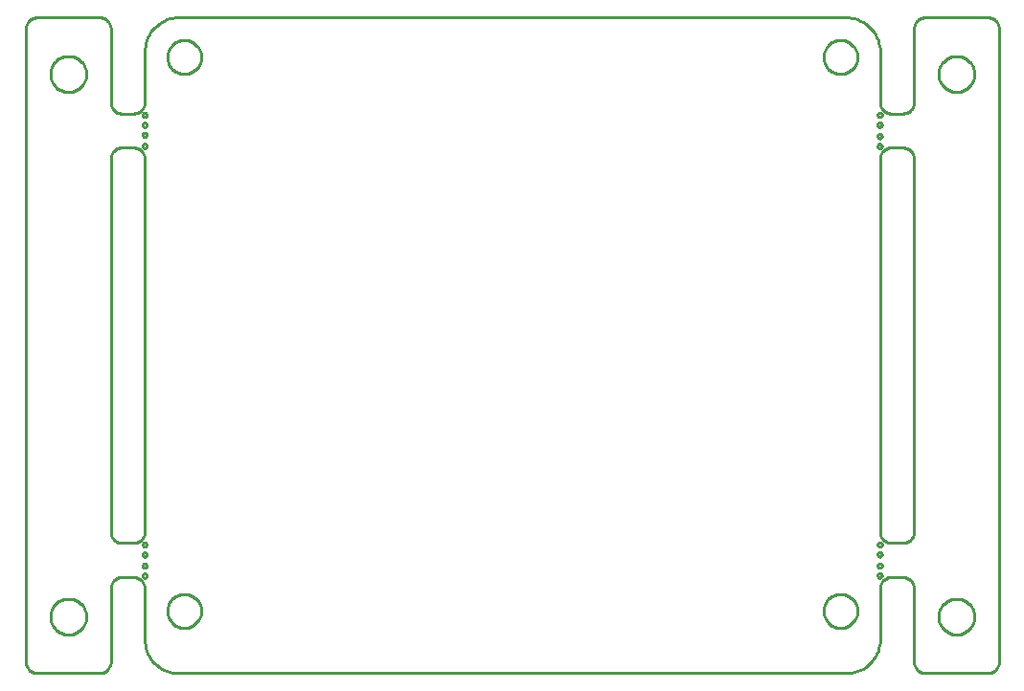
<source format=gbr>
G04 EAGLE Gerber RS-274X export*
G75*
%MOIN*%
%FSLAX34Y34*%
%LPD*%
%IN*%
%IPPOS*%
%AMOC8*
5,1,8,0,0,1.08239X$1,22.5*%
G01*
%ADD10C,0.010000*%


D10*
X-4134Y-394D02*
X-4132Y-428D01*
X-4128Y-462D01*
X-4120Y-496D01*
X-4110Y-528D01*
X-4097Y-560D01*
X-4081Y-591D01*
X-4063Y-620D01*
X-4042Y-647D01*
X-4019Y-672D01*
X-3993Y-695D01*
X-3966Y-716D01*
X-3937Y-735D01*
X-3907Y-751D01*
X-3875Y-764D01*
X-3842Y-774D01*
X-3809Y-781D01*
X-3774Y-786D01*
X-3740Y-787D01*
X-1575Y-787D01*
X-1540Y-786D01*
X-1506Y-781D01*
X-1473Y-774D01*
X-1440Y-764D01*
X-1408Y-751D01*
X-1378Y-735D01*
X-1349Y-716D01*
X-1322Y-695D01*
X-1296Y-672D01*
X-1273Y-647D01*
X-1252Y-620D01*
X-1234Y-591D01*
X-1218Y-560D01*
X-1205Y-528D01*
X-1195Y-496D01*
X-1187Y-462D01*
X-1183Y-428D01*
X-1181Y-394D01*
X-1181Y2165D01*
X-1180Y2200D01*
X-1175Y2234D01*
X-1168Y2267D01*
X-1157Y2300D01*
X-1144Y2332D01*
X-1128Y2362D01*
X-1110Y2391D01*
X-1089Y2418D01*
X-1066Y2444D01*
X-1040Y2467D01*
X-1013Y2488D01*
X-984Y2506D01*
X-954Y2522D01*
X-922Y2535D01*
X-889Y2546D01*
X-856Y2553D01*
X-822Y2558D01*
X-787Y2559D01*
X-394Y2559D01*
X-359Y2558D01*
X-325Y2553D01*
X-292Y2546D01*
X-259Y2535D01*
X-227Y2522D01*
X-197Y2506D01*
X-168Y2488D01*
X-141Y2467D01*
X-115Y2444D01*
X-92Y2418D01*
X-71Y2391D01*
X-53Y2362D01*
X-37Y2332D01*
X-24Y2300D01*
X-13Y2267D01*
X-6Y2234D01*
X-1Y2200D01*
X0Y2165D01*
X0Y394D01*
X4Y291D01*
X18Y189D01*
X40Y88D01*
X71Y-10D01*
X111Y-105D01*
X158Y-197D01*
X214Y-284D01*
X276Y-365D01*
X346Y-441D01*
X422Y-511D01*
X504Y-574D01*
X591Y-629D01*
X682Y-677D01*
X777Y-716D01*
X875Y-747D01*
X976Y-769D01*
X1078Y-783D01*
X1181Y-787D01*
X24409Y-787D01*
X24512Y-783D01*
X24615Y-769D01*
X24715Y-747D01*
X24813Y-716D01*
X24909Y-677D01*
X25000Y-629D01*
X25087Y-574D01*
X25169Y-511D01*
X25245Y-441D01*
X25314Y-365D01*
X25377Y-284D01*
X25432Y-197D01*
X25480Y-105D01*
X25519Y-10D01*
X25550Y88D01*
X25573Y189D01*
X25586Y291D01*
X25591Y394D01*
X25591Y2165D01*
X25592Y2200D01*
X25597Y2234D01*
X25604Y2267D01*
X25614Y2300D01*
X25627Y2332D01*
X25643Y2362D01*
X25662Y2391D01*
X25683Y2418D01*
X25706Y2444D01*
X25731Y2467D01*
X25758Y2488D01*
X25787Y2506D01*
X25818Y2522D01*
X25850Y2535D01*
X25882Y2546D01*
X25916Y2553D01*
X25950Y2558D01*
X25984Y2559D01*
X26378Y2559D01*
X26412Y2558D01*
X26446Y2553D01*
X26480Y2546D01*
X26513Y2535D01*
X26544Y2522D01*
X26575Y2506D01*
X26604Y2488D01*
X26631Y2467D01*
X26656Y2444D01*
X26680Y2418D01*
X26700Y2391D01*
X26719Y2362D01*
X26735Y2332D01*
X26748Y2300D01*
X26758Y2267D01*
X26766Y2234D01*
X26770Y2200D01*
X26772Y2165D01*
X26772Y-394D01*
X26773Y-428D01*
X26778Y-462D01*
X26785Y-496D01*
X26795Y-528D01*
X26809Y-560D01*
X26824Y-591D01*
X26843Y-620D01*
X26864Y-647D01*
X26887Y-672D01*
X26912Y-695D01*
X26940Y-716D01*
X26969Y-735D01*
X26999Y-751D01*
X27031Y-764D01*
X27063Y-774D01*
X27097Y-781D01*
X27131Y-786D01*
X27165Y-787D01*
X29331Y-787D01*
X29365Y-786D01*
X29399Y-781D01*
X29433Y-774D01*
X29465Y-764D01*
X29497Y-751D01*
X29528Y-735D01*
X29557Y-716D01*
X29584Y-695D01*
X29609Y-672D01*
X29632Y-647D01*
X29653Y-620D01*
X29672Y-591D01*
X29688Y-560D01*
X29701Y-528D01*
X29711Y-496D01*
X29718Y-462D01*
X29723Y-428D01*
X29724Y-394D01*
X29724Y21654D01*
X29723Y21688D01*
X29718Y21722D01*
X29711Y21755D01*
X29701Y21788D01*
X29688Y21820D01*
X29672Y21850D01*
X29653Y21879D01*
X29632Y21907D01*
X29609Y21932D01*
X29584Y21955D01*
X29557Y21976D01*
X29528Y21994D01*
X29497Y22010D01*
X29465Y22024D01*
X29433Y22034D01*
X29399Y22041D01*
X29365Y22046D01*
X29331Y22047D01*
X27165Y22047D01*
X27131Y22046D01*
X27097Y22041D01*
X27063Y22034D01*
X27031Y22024D01*
X26999Y22010D01*
X26969Y21994D01*
X26940Y21976D01*
X26912Y21955D01*
X26887Y21932D01*
X26864Y21907D01*
X26843Y21879D01*
X26824Y21850D01*
X26809Y21820D01*
X26795Y21788D01*
X26785Y21755D01*
X26778Y21722D01*
X26773Y21688D01*
X26772Y21654D01*
X26772Y19094D01*
X26770Y19060D01*
X26766Y19026D01*
X26758Y18993D01*
X26748Y18960D01*
X26735Y18928D01*
X26719Y18898D01*
X26700Y18869D01*
X26680Y18841D01*
X26656Y18816D01*
X26631Y18793D01*
X26604Y18772D01*
X26575Y18754D01*
X26544Y18738D01*
X26513Y18725D01*
X26480Y18714D01*
X26446Y18707D01*
X26412Y18702D01*
X26378Y18701D01*
X25984Y18701D01*
X25950Y18702D01*
X25916Y18707D01*
X25882Y18714D01*
X25850Y18725D01*
X25818Y18738D01*
X25787Y18754D01*
X25758Y18772D01*
X25731Y18793D01*
X25706Y18816D01*
X25683Y18841D01*
X25662Y18869D01*
X25643Y18898D01*
X25627Y18928D01*
X25614Y18960D01*
X25604Y18993D01*
X25597Y19026D01*
X25592Y19060D01*
X25591Y19094D01*
X25591Y20866D01*
X25586Y20969D01*
X25573Y21071D01*
X25550Y21172D01*
X25519Y21270D01*
X25480Y21365D01*
X25432Y21457D01*
X25377Y21544D01*
X25314Y21625D01*
X25245Y21701D01*
X25169Y21771D01*
X25087Y21834D01*
X25000Y21889D01*
X24909Y21937D01*
X24813Y21976D01*
X24715Y22007D01*
X24615Y22029D01*
X24512Y22043D01*
X24409Y22047D01*
X1181Y22047D01*
X1078Y22043D01*
X976Y22029D01*
X875Y22007D01*
X777Y21976D01*
X682Y21937D01*
X591Y21889D01*
X504Y21834D01*
X422Y21771D01*
X346Y21701D01*
X276Y21625D01*
X214Y21544D01*
X158Y21457D01*
X111Y21365D01*
X71Y21270D01*
X40Y21172D01*
X18Y21071D01*
X4Y20969D01*
X0Y20866D01*
X0Y19094D01*
X-1Y19060D01*
X-6Y19026D01*
X-13Y18993D01*
X-24Y18960D01*
X-37Y18928D01*
X-53Y18898D01*
X-71Y18869D01*
X-92Y18841D01*
X-115Y18816D01*
X-141Y18793D01*
X-168Y18772D01*
X-197Y18754D01*
X-227Y18738D01*
X-259Y18725D01*
X-292Y18714D01*
X-325Y18707D01*
X-359Y18702D01*
X-394Y18701D01*
X-787Y18701D01*
X-822Y18702D01*
X-856Y18707D01*
X-889Y18714D01*
X-922Y18725D01*
X-954Y18738D01*
X-984Y18754D01*
X-1013Y18772D01*
X-1040Y18793D01*
X-1066Y18816D01*
X-1089Y18841D01*
X-1110Y18869D01*
X-1128Y18898D01*
X-1144Y18928D01*
X-1157Y18960D01*
X-1168Y18993D01*
X-1175Y19026D01*
X-1180Y19060D01*
X-1181Y19094D01*
X-1181Y21654D01*
X-1183Y21688D01*
X-1187Y21722D01*
X-1195Y21755D01*
X-1205Y21788D01*
X-1218Y21820D01*
X-1234Y21850D01*
X-1252Y21879D01*
X-1273Y21907D01*
X-1296Y21932D01*
X-1322Y21955D01*
X-1349Y21976D01*
X-1378Y21994D01*
X-1408Y22010D01*
X-1440Y22024D01*
X-1473Y22034D01*
X-1506Y22041D01*
X-1540Y22046D01*
X-1575Y22047D01*
X-3740Y22047D01*
X-3774Y22046D01*
X-3809Y22041D01*
X-3842Y22034D01*
X-3875Y22024D01*
X-3907Y22010D01*
X-3937Y21994D01*
X-3966Y21976D01*
X-3993Y21955D01*
X-4019Y21932D01*
X-4042Y21907D01*
X-4063Y21879D01*
X-4081Y21850D01*
X-4097Y21820D01*
X-4110Y21788D01*
X-4120Y21755D01*
X-4128Y21722D01*
X-4132Y21688D01*
X-4134Y21654D01*
X-4134Y-394D01*
X25591Y4134D02*
X25592Y4100D01*
X25597Y4065D01*
X25604Y4032D01*
X25614Y3999D01*
X25627Y3967D01*
X25643Y3937D01*
X25662Y3908D01*
X25683Y3881D01*
X25706Y3855D01*
X25731Y3832D01*
X25758Y3811D01*
X25787Y3793D01*
X25818Y3777D01*
X25850Y3764D01*
X25882Y3754D01*
X25916Y3746D01*
X25950Y3742D01*
X25984Y3740D01*
X26378Y3740D01*
X26412Y3742D01*
X26446Y3746D01*
X26480Y3754D01*
X26513Y3764D01*
X26544Y3777D01*
X26575Y3793D01*
X26604Y3811D01*
X26631Y3832D01*
X26656Y3855D01*
X26680Y3881D01*
X26700Y3908D01*
X26719Y3937D01*
X26735Y3967D01*
X26748Y3999D01*
X26758Y4032D01*
X26766Y4065D01*
X26770Y4100D01*
X26772Y4134D01*
X26772Y17126D01*
X26770Y17160D01*
X26766Y17194D01*
X26758Y17228D01*
X26748Y17261D01*
X26735Y17292D01*
X26719Y17323D01*
X26700Y17352D01*
X26680Y17379D01*
X26656Y17404D01*
X26631Y17428D01*
X26604Y17448D01*
X26575Y17467D01*
X26544Y17483D01*
X26513Y17496D01*
X26480Y17506D01*
X26446Y17514D01*
X26412Y17518D01*
X26378Y17520D01*
X25984Y17520D01*
X25950Y17518D01*
X25916Y17514D01*
X25882Y17506D01*
X25850Y17496D01*
X25818Y17483D01*
X25787Y17467D01*
X25758Y17448D01*
X25731Y17428D01*
X25706Y17404D01*
X25683Y17379D01*
X25662Y17352D01*
X25643Y17323D01*
X25627Y17292D01*
X25614Y17261D01*
X25604Y17228D01*
X25597Y17194D01*
X25592Y17160D01*
X25591Y17126D01*
X25591Y4134D01*
X-1181Y4134D02*
X-1180Y4100D01*
X-1175Y4065D01*
X-1168Y4032D01*
X-1157Y3999D01*
X-1144Y3967D01*
X-1128Y3937D01*
X-1110Y3908D01*
X-1089Y3881D01*
X-1066Y3855D01*
X-1040Y3832D01*
X-1013Y3811D01*
X-984Y3793D01*
X-954Y3777D01*
X-922Y3764D01*
X-889Y3754D01*
X-856Y3746D01*
X-822Y3742D01*
X-787Y3740D01*
X-394Y3740D01*
X-359Y3742D01*
X-325Y3746D01*
X-292Y3754D01*
X-259Y3764D01*
X-227Y3777D01*
X-197Y3793D01*
X-168Y3811D01*
X-141Y3832D01*
X-115Y3855D01*
X-92Y3881D01*
X-71Y3908D01*
X-53Y3937D01*
X-37Y3967D01*
X-24Y3999D01*
X-13Y4032D01*
X-6Y4065D01*
X-1Y4100D01*
X0Y4134D01*
X0Y17126D01*
X-1Y17160D01*
X-6Y17194D01*
X-13Y17228D01*
X-24Y17261D01*
X-37Y17292D01*
X-53Y17323D01*
X-71Y17352D01*
X-92Y17379D01*
X-115Y17404D01*
X-141Y17428D01*
X-168Y17448D01*
X-197Y17467D01*
X-227Y17483D01*
X-259Y17496D01*
X-292Y17506D01*
X-325Y17514D01*
X-359Y17518D01*
X-394Y17520D01*
X-787Y17520D01*
X-822Y17518D01*
X-856Y17514D01*
X-889Y17506D01*
X-922Y17496D01*
X-954Y17483D01*
X-984Y17467D01*
X-1013Y17448D01*
X-1040Y17428D01*
X-1066Y17404D01*
X-1089Y17379D01*
X-1110Y17352D01*
X-1128Y17323D01*
X-1144Y17292D01*
X-1157Y17261D01*
X-1168Y17228D01*
X-1175Y17194D01*
X-1180Y17160D01*
X-1181Y17126D01*
X-1181Y4134D01*
X1969Y1357D02*
X1965Y1315D01*
X1959Y1273D01*
X1951Y1232D01*
X1939Y1191D01*
X1924Y1152D01*
X1906Y1113D01*
X1886Y1076D01*
X1863Y1041D01*
X1838Y1007D01*
X1810Y975D01*
X1781Y945D01*
X1749Y918D01*
X1715Y893D01*
X1679Y870D01*
X1642Y850D01*
X1604Y832D01*
X1565Y817D01*
X1524Y805D01*
X1483Y796D01*
X1441Y790D01*
X1399Y787D01*
X1357Y787D01*
X1315Y790D01*
X1273Y796D01*
X1232Y805D01*
X1191Y817D01*
X1152Y832D01*
X1113Y850D01*
X1076Y870D01*
X1041Y893D01*
X1007Y918D01*
X975Y945D01*
X945Y975D01*
X918Y1007D01*
X893Y1041D01*
X870Y1076D01*
X850Y1113D01*
X832Y1152D01*
X817Y1191D01*
X805Y1232D01*
X796Y1273D01*
X790Y1315D01*
X787Y1357D01*
X787Y1399D01*
X790Y1441D01*
X796Y1483D01*
X805Y1524D01*
X817Y1565D01*
X832Y1604D01*
X850Y1642D01*
X870Y1679D01*
X893Y1715D01*
X918Y1749D01*
X945Y1781D01*
X975Y1810D01*
X1007Y1838D01*
X1041Y1863D01*
X1076Y1886D01*
X1113Y1906D01*
X1152Y1924D01*
X1191Y1939D01*
X1232Y1951D01*
X1273Y1959D01*
X1315Y1965D01*
X1357Y1969D01*
X1399Y1969D01*
X1441Y1965D01*
X1483Y1959D01*
X1524Y1951D01*
X1565Y1939D01*
X1604Y1924D01*
X1642Y1906D01*
X1679Y1886D01*
X1715Y1863D01*
X1749Y1838D01*
X1781Y1810D01*
X1810Y1781D01*
X1838Y1749D01*
X1863Y1715D01*
X1886Y1679D01*
X1906Y1642D01*
X1924Y1604D01*
X1939Y1565D01*
X1951Y1524D01*
X1959Y1483D01*
X1965Y1441D01*
X1969Y1399D01*
X1969Y1357D01*
X24803Y1357D02*
X24800Y1315D01*
X24794Y1273D01*
X24785Y1232D01*
X24773Y1191D01*
X24759Y1152D01*
X24741Y1113D01*
X24721Y1076D01*
X24698Y1041D01*
X24673Y1007D01*
X24645Y975D01*
X24615Y945D01*
X24583Y918D01*
X24550Y893D01*
X24514Y870D01*
X24477Y850D01*
X24439Y832D01*
X24399Y817D01*
X24359Y805D01*
X24318Y796D01*
X24276Y790D01*
X24234Y787D01*
X24192Y787D01*
X24149Y790D01*
X24108Y796D01*
X24066Y805D01*
X24026Y817D01*
X23986Y832D01*
X23948Y850D01*
X23911Y870D01*
X23876Y893D01*
X23842Y918D01*
X23810Y945D01*
X23780Y975D01*
X23752Y1007D01*
X23727Y1041D01*
X23704Y1076D01*
X23684Y1113D01*
X23667Y1152D01*
X23652Y1191D01*
X23640Y1232D01*
X23631Y1273D01*
X23625Y1315D01*
X23622Y1357D01*
X23622Y1399D01*
X23625Y1441D01*
X23631Y1483D01*
X23640Y1524D01*
X23652Y1565D01*
X23667Y1604D01*
X23684Y1642D01*
X23704Y1679D01*
X23727Y1715D01*
X23752Y1749D01*
X23780Y1781D01*
X23810Y1810D01*
X23842Y1838D01*
X23876Y1863D01*
X23911Y1886D01*
X23948Y1906D01*
X23986Y1924D01*
X24026Y1939D01*
X24066Y1951D01*
X24108Y1959D01*
X24149Y1965D01*
X24192Y1969D01*
X24234Y1969D01*
X24276Y1965D01*
X24318Y1959D01*
X24359Y1951D01*
X24399Y1939D01*
X24439Y1924D01*
X24477Y1906D01*
X24514Y1886D01*
X24550Y1863D01*
X24583Y1838D01*
X24615Y1810D01*
X24645Y1781D01*
X24673Y1749D01*
X24698Y1715D01*
X24721Y1679D01*
X24741Y1642D01*
X24759Y1604D01*
X24773Y1565D01*
X24785Y1524D01*
X24794Y1483D01*
X24800Y1441D01*
X24803Y1399D01*
X24803Y1357D01*
X1969Y20648D02*
X1965Y20606D01*
X1959Y20564D01*
X1951Y20523D01*
X1939Y20483D01*
X1924Y20443D01*
X1906Y20405D01*
X1886Y20368D01*
X1863Y20332D01*
X1838Y20299D01*
X1810Y20267D01*
X1781Y20237D01*
X1749Y20209D01*
X1715Y20184D01*
X1679Y20161D01*
X1642Y20141D01*
X1604Y20123D01*
X1565Y20109D01*
X1524Y20097D01*
X1483Y20088D01*
X1441Y20082D01*
X1399Y20079D01*
X1357Y20079D01*
X1315Y20082D01*
X1273Y20088D01*
X1232Y20097D01*
X1191Y20109D01*
X1152Y20123D01*
X1113Y20141D01*
X1076Y20161D01*
X1041Y20184D01*
X1007Y20209D01*
X975Y20237D01*
X945Y20267D01*
X918Y20299D01*
X893Y20332D01*
X870Y20368D01*
X850Y20405D01*
X832Y20443D01*
X817Y20483D01*
X805Y20523D01*
X796Y20564D01*
X790Y20606D01*
X787Y20648D01*
X787Y20690D01*
X790Y20732D01*
X796Y20774D01*
X805Y20815D01*
X817Y20856D01*
X832Y20895D01*
X850Y20934D01*
X870Y20971D01*
X893Y21006D01*
X918Y21040D01*
X945Y21072D01*
X975Y21102D01*
X1007Y21129D01*
X1041Y21155D01*
X1076Y21177D01*
X1113Y21198D01*
X1152Y21215D01*
X1191Y21230D01*
X1232Y21242D01*
X1273Y21251D01*
X1315Y21257D01*
X1357Y21260D01*
X1399Y21260D01*
X1441Y21257D01*
X1483Y21251D01*
X1524Y21242D01*
X1565Y21230D01*
X1604Y21215D01*
X1642Y21198D01*
X1679Y21177D01*
X1715Y21155D01*
X1749Y21129D01*
X1781Y21102D01*
X1810Y21072D01*
X1838Y21040D01*
X1863Y21006D01*
X1886Y20971D01*
X1906Y20934D01*
X1924Y20895D01*
X1939Y20856D01*
X1951Y20815D01*
X1959Y20774D01*
X1965Y20732D01*
X1969Y20690D01*
X1969Y20648D01*
X24803Y20648D02*
X24800Y20606D01*
X24794Y20564D01*
X24785Y20523D01*
X24773Y20483D01*
X24759Y20443D01*
X24741Y20405D01*
X24721Y20368D01*
X24698Y20332D01*
X24673Y20299D01*
X24645Y20267D01*
X24615Y20237D01*
X24583Y20209D01*
X24550Y20184D01*
X24514Y20161D01*
X24477Y20141D01*
X24439Y20123D01*
X24399Y20109D01*
X24359Y20097D01*
X24318Y20088D01*
X24276Y20082D01*
X24234Y20079D01*
X24192Y20079D01*
X24149Y20082D01*
X24108Y20088D01*
X24066Y20097D01*
X24026Y20109D01*
X23986Y20123D01*
X23948Y20141D01*
X23911Y20161D01*
X23876Y20184D01*
X23842Y20209D01*
X23810Y20237D01*
X23780Y20267D01*
X23752Y20299D01*
X23727Y20332D01*
X23704Y20368D01*
X23684Y20405D01*
X23667Y20443D01*
X23652Y20483D01*
X23640Y20523D01*
X23631Y20564D01*
X23625Y20606D01*
X23622Y20648D01*
X23622Y20690D01*
X23625Y20732D01*
X23631Y20774D01*
X23640Y20815D01*
X23652Y20856D01*
X23667Y20895D01*
X23684Y20934D01*
X23704Y20971D01*
X23727Y21006D01*
X23752Y21040D01*
X23780Y21072D01*
X23810Y21102D01*
X23842Y21129D01*
X23876Y21155D01*
X23911Y21177D01*
X23948Y21198D01*
X23986Y21215D01*
X24026Y21230D01*
X24066Y21242D01*
X24108Y21251D01*
X24149Y21257D01*
X24192Y21260D01*
X24234Y21260D01*
X24276Y21257D01*
X24318Y21251D01*
X24359Y21242D01*
X24399Y21230D01*
X24439Y21215D01*
X24477Y21198D01*
X24514Y21177D01*
X24550Y21155D01*
X24583Y21129D01*
X24615Y21102D01*
X24645Y21072D01*
X24673Y21040D01*
X24698Y21006D01*
X24721Y20971D01*
X24741Y20934D01*
X24759Y20895D01*
X24773Y20856D01*
X24785Y20815D01*
X24794Y20774D01*
X24800Y20732D01*
X24803Y20690D01*
X24803Y20648D01*
X75Y2602D02*
X72Y2587D01*
X66Y2574D01*
X58Y2561D01*
X48Y2551D01*
X36Y2543D01*
X22Y2537D01*
X7Y2534D01*
X-7Y2534D01*
X-22Y2537D01*
X-36Y2543D01*
X-48Y2551D01*
X-58Y2561D01*
X-66Y2574D01*
X-72Y2587D01*
X-75Y2602D01*
X-75Y2616D01*
X-72Y2631D01*
X-66Y2645D01*
X-58Y2657D01*
X-48Y2667D01*
X-36Y2676D01*
X-22Y2681D01*
X-7Y2684D01*
X7Y2684D01*
X22Y2681D01*
X36Y2676D01*
X48Y2667D01*
X58Y2657D01*
X66Y2645D01*
X72Y2631D01*
X75Y2616D01*
X75Y2602D01*
X75Y2945D02*
X72Y2931D01*
X66Y2917D01*
X58Y2905D01*
X48Y2894D01*
X36Y2886D01*
X22Y2881D01*
X7Y2878D01*
X-7Y2878D01*
X-22Y2881D01*
X-36Y2886D01*
X-48Y2894D01*
X-58Y2905D01*
X-66Y2917D01*
X-72Y2931D01*
X-75Y2945D01*
X-75Y2960D01*
X-72Y2975D01*
X-66Y2988D01*
X-58Y3001D01*
X-48Y3011D01*
X-36Y3019D01*
X-22Y3025D01*
X-7Y3028D01*
X7Y3028D01*
X22Y3025D01*
X36Y3019D01*
X48Y3011D01*
X58Y3001D01*
X66Y2988D01*
X72Y2975D01*
X75Y2960D01*
X75Y2945D01*
X75Y3339D02*
X72Y3325D01*
X66Y3311D01*
X58Y3299D01*
X48Y3288D01*
X36Y3280D01*
X22Y3274D01*
X7Y3271D01*
X-7Y3271D01*
X-22Y3274D01*
X-36Y3280D01*
X-48Y3288D01*
X-58Y3299D01*
X-66Y3311D01*
X-72Y3325D01*
X-75Y3339D01*
X-75Y3354D01*
X-72Y3368D01*
X-66Y3382D01*
X-58Y3394D01*
X-48Y3405D01*
X-36Y3413D01*
X-22Y3419D01*
X-7Y3421D01*
X7Y3421D01*
X22Y3419D01*
X36Y3413D01*
X48Y3405D01*
X58Y3394D01*
X66Y3382D01*
X72Y3368D01*
X75Y3354D01*
X75Y3339D01*
X75Y3683D02*
X72Y3668D01*
X66Y3655D01*
X58Y3642D01*
X48Y3632D01*
X36Y3624D01*
X22Y3618D01*
X7Y3615D01*
X-7Y3615D01*
X-22Y3618D01*
X-36Y3624D01*
X-48Y3632D01*
X-58Y3642D01*
X-66Y3655D01*
X-72Y3668D01*
X-75Y3683D01*
X-75Y3698D01*
X-72Y3712D01*
X-66Y3726D01*
X-58Y3738D01*
X-48Y3748D01*
X-36Y3757D01*
X-22Y3762D01*
X-7Y3765D01*
X7Y3765D01*
X22Y3762D01*
X36Y3757D01*
X48Y3748D01*
X58Y3738D01*
X66Y3726D01*
X72Y3712D01*
X75Y3698D01*
X75Y3683D01*
X75Y17562D02*
X72Y17548D01*
X66Y17534D01*
X58Y17522D01*
X48Y17511D01*
X36Y17503D01*
X22Y17498D01*
X7Y17495D01*
X-7Y17495D01*
X-22Y17498D01*
X-36Y17503D01*
X-48Y17511D01*
X-58Y17522D01*
X-66Y17534D01*
X-72Y17548D01*
X-75Y17562D01*
X-75Y17577D01*
X-72Y17592D01*
X-66Y17605D01*
X-58Y17617D01*
X-48Y17628D01*
X-36Y17636D01*
X-22Y17642D01*
X-7Y17645D01*
X7Y17645D01*
X22Y17642D01*
X36Y17636D01*
X48Y17628D01*
X58Y17617D01*
X66Y17605D01*
X72Y17592D01*
X75Y17577D01*
X75Y17562D01*
X75Y18643D02*
X72Y18629D01*
X66Y18615D01*
X58Y18603D01*
X48Y18593D01*
X36Y18584D01*
X22Y18579D01*
X7Y18576D01*
X-7Y18576D01*
X-22Y18579D01*
X-36Y18584D01*
X-48Y18593D01*
X-58Y18603D01*
X-66Y18615D01*
X-72Y18629D01*
X-75Y18643D01*
X-75Y18658D01*
X-72Y18673D01*
X-66Y18686D01*
X-58Y18699D01*
X-48Y18709D01*
X-36Y18717D01*
X-22Y18723D01*
X-7Y18726D01*
X7Y18726D01*
X22Y18723D01*
X36Y18717D01*
X48Y18709D01*
X58Y18699D01*
X66Y18686D01*
X72Y18673D01*
X75Y18658D01*
X75Y18643D01*
X75Y18300D02*
X72Y18285D01*
X66Y18272D01*
X58Y18259D01*
X48Y18249D01*
X36Y18241D01*
X22Y18235D01*
X7Y18232D01*
X-7Y18232D01*
X-22Y18235D01*
X-36Y18241D01*
X-48Y18249D01*
X-58Y18259D01*
X-66Y18272D01*
X-72Y18285D01*
X-75Y18300D01*
X-75Y18314D01*
X-72Y18329D01*
X-66Y18343D01*
X-58Y18355D01*
X-48Y18365D01*
X-36Y18374D01*
X-22Y18379D01*
X-7Y18382D01*
X7Y18382D01*
X22Y18379D01*
X36Y18374D01*
X48Y18365D01*
X58Y18355D01*
X66Y18343D01*
X72Y18329D01*
X75Y18314D01*
X75Y18300D01*
X75Y17956D02*
X72Y17942D01*
X66Y17928D01*
X58Y17916D01*
X48Y17905D01*
X36Y17897D01*
X22Y17891D01*
X7Y17888D01*
X-7Y17888D01*
X-22Y17891D01*
X-36Y17897D01*
X-48Y17905D01*
X-58Y17916D01*
X-66Y17928D01*
X-72Y17942D01*
X-75Y17956D01*
X-75Y17971D01*
X-72Y17985D01*
X-66Y17999D01*
X-58Y18011D01*
X-48Y18022D01*
X-36Y18030D01*
X-22Y18036D01*
X-7Y18038D01*
X7Y18038D01*
X22Y18036D01*
X36Y18030D01*
X48Y18022D01*
X58Y18011D01*
X66Y17999D01*
X72Y17985D01*
X75Y17971D01*
X75Y17956D01*
X-2032Y1161D02*
X-2035Y1120D01*
X-2040Y1079D01*
X-2048Y1039D01*
X-2059Y1000D01*
X-2072Y961D01*
X-2088Y923D01*
X-2106Y886D01*
X-2126Y851D01*
X-2149Y817D01*
X-2174Y784D01*
X-2201Y754D01*
X-2230Y725D01*
X-2261Y698D01*
X-2293Y673D01*
X-2327Y650D01*
X-2363Y630D01*
X-2399Y612D01*
X-2437Y596D01*
X-2476Y583D01*
X-2515Y572D01*
X-2556Y564D01*
X-2596Y559D01*
X-2637Y556D01*
X-2678Y556D01*
X-2719Y559D01*
X-2759Y564D01*
X-2799Y572D01*
X-2839Y583D01*
X-2878Y596D01*
X-2916Y612D01*
X-2952Y630D01*
X-2988Y650D01*
X-3022Y673D01*
X-3054Y698D01*
X-3085Y725D01*
X-3114Y754D01*
X-3141Y784D01*
X-3166Y817D01*
X-3189Y851D01*
X-3209Y886D01*
X-3227Y923D01*
X-3243Y961D01*
X-3256Y1000D01*
X-3266Y1039D01*
X-3274Y1079D01*
X-3280Y1120D01*
X-3282Y1161D01*
X-3282Y1202D01*
X-3280Y1242D01*
X-3274Y1283D01*
X-3266Y1323D01*
X-3256Y1363D01*
X-3243Y1401D01*
X-3227Y1439D01*
X-3209Y1476D01*
X-3189Y1511D01*
X-3166Y1545D01*
X-3141Y1578D01*
X-3114Y1609D01*
X-3085Y1638D01*
X-3054Y1664D01*
X-3022Y1689D01*
X-2988Y1712D01*
X-2952Y1733D01*
X-2916Y1751D01*
X-2878Y1766D01*
X-2839Y1780D01*
X-2799Y1790D01*
X-2759Y1798D01*
X-2719Y1803D01*
X-2678Y1806D01*
X-2637Y1806D01*
X-2596Y1803D01*
X-2556Y1798D01*
X-2515Y1790D01*
X-2476Y1780D01*
X-2437Y1766D01*
X-2399Y1751D01*
X-2363Y1733D01*
X-2327Y1712D01*
X-2293Y1689D01*
X-2261Y1664D01*
X-2230Y1638D01*
X-2201Y1609D01*
X-2174Y1578D01*
X-2149Y1545D01*
X-2126Y1511D01*
X-2106Y1476D01*
X-2088Y1439D01*
X-2072Y1401D01*
X-2059Y1363D01*
X-2048Y1323D01*
X-2040Y1283D01*
X-2035Y1242D01*
X-2032Y1202D01*
X-2032Y1161D01*
X-2032Y20058D02*
X-2035Y20017D01*
X-2040Y19977D01*
X-2048Y19937D01*
X-2059Y19897D01*
X-2072Y19858D01*
X-2088Y19821D01*
X-2106Y19784D01*
X-2126Y19749D01*
X-2149Y19714D01*
X-2174Y19682D01*
X-2201Y19651D01*
X-2230Y19622D01*
X-2261Y19595D01*
X-2293Y19570D01*
X-2327Y19548D01*
X-2363Y19527D01*
X-2399Y19509D01*
X-2437Y19493D01*
X-2476Y19480D01*
X-2515Y19470D01*
X-2556Y19462D01*
X-2596Y19456D01*
X-2637Y19454D01*
X-2678Y19454D01*
X-2719Y19456D01*
X-2759Y19462D01*
X-2799Y19470D01*
X-2839Y19480D01*
X-2878Y19493D01*
X-2916Y19509D01*
X-2952Y19527D01*
X-2988Y19548D01*
X-3022Y19570D01*
X-3054Y19595D01*
X-3085Y19622D01*
X-3114Y19651D01*
X-3141Y19682D01*
X-3166Y19714D01*
X-3189Y19749D01*
X-3209Y19784D01*
X-3227Y19821D01*
X-3243Y19858D01*
X-3256Y19897D01*
X-3266Y19937D01*
X-3274Y19977D01*
X-3280Y20017D01*
X-3282Y20058D01*
X-3282Y20099D01*
X-3280Y20140D01*
X-3274Y20181D01*
X-3266Y20221D01*
X-3256Y20260D01*
X-3243Y20299D01*
X-3227Y20337D01*
X-3209Y20374D01*
X-3189Y20409D01*
X-3166Y20443D01*
X-3141Y20475D01*
X-3114Y20506D01*
X-3085Y20535D01*
X-3054Y20562D01*
X-3022Y20587D01*
X-2988Y20610D01*
X-2952Y20630D01*
X-2916Y20648D01*
X-2878Y20664D01*
X-2839Y20677D01*
X-2799Y20688D01*
X-2759Y20696D01*
X-2719Y20701D01*
X-2678Y20704D01*
X-2637Y20704D01*
X-2596Y20701D01*
X-2556Y20696D01*
X-2515Y20688D01*
X-2476Y20677D01*
X-2437Y20664D01*
X-2399Y20648D01*
X-2363Y20630D01*
X-2327Y20610D01*
X-2293Y20587D01*
X-2261Y20562D01*
X-2230Y20535D01*
X-2201Y20506D01*
X-2174Y20475D01*
X-2149Y20443D01*
X-2126Y20409D01*
X-2106Y20374D01*
X-2088Y20337D01*
X-2072Y20299D01*
X-2059Y20260D01*
X-2048Y20221D01*
X-2040Y20181D01*
X-2035Y20140D01*
X-2032Y20099D01*
X-2032Y20058D01*
X25654Y2602D02*
X25651Y2587D01*
X25645Y2574D01*
X25637Y2561D01*
X25627Y2551D01*
X25614Y2543D01*
X25601Y2537D01*
X25586Y2534D01*
X25571Y2534D01*
X25557Y2537D01*
X25543Y2543D01*
X25531Y2551D01*
X25520Y2561D01*
X25512Y2574D01*
X25507Y2587D01*
X25504Y2602D01*
X25504Y2616D01*
X25507Y2631D01*
X25512Y2645D01*
X25520Y2657D01*
X25531Y2667D01*
X25543Y2676D01*
X25557Y2681D01*
X25571Y2684D01*
X25586Y2684D01*
X25601Y2681D01*
X25614Y2676D01*
X25627Y2667D01*
X25637Y2657D01*
X25645Y2645D01*
X25651Y2631D01*
X25654Y2616D01*
X25654Y2602D01*
X25654Y2945D02*
X25651Y2931D01*
X25645Y2917D01*
X25637Y2905D01*
X25627Y2894D01*
X25614Y2886D01*
X25601Y2881D01*
X25586Y2878D01*
X25571Y2878D01*
X25557Y2881D01*
X25543Y2886D01*
X25531Y2894D01*
X25520Y2905D01*
X25512Y2917D01*
X25507Y2931D01*
X25504Y2945D01*
X25504Y2960D01*
X25507Y2975D01*
X25512Y2988D01*
X25520Y3001D01*
X25531Y3011D01*
X25543Y3019D01*
X25557Y3025D01*
X25571Y3028D01*
X25586Y3028D01*
X25601Y3025D01*
X25614Y3019D01*
X25627Y3011D01*
X25637Y3001D01*
X25645Y2988D01*
X25651Y2975D01*
X25654Y2960D01*
X25654Y2945D01*
X25654Y3339D02*
X25651Y3325D01*
X25645Y3311D01*
X25637Y3299D01*
X25627Y3288D01*
X25614Y3280D01*
X25601Y3274D01*
X25586Y3271D01*
X25571Y3271D01*
X25557Y3274D01*
X25543Y3280D01*
X25531Y3288D01*
X25520Y3299D01*
X25512Y3311D01*
X25507Y3325D01*
X25504Y3339D01*
X25504Y3354D01*
X25507Y3368D01*
X25512Y3382D01*
X25520Y3394D01*
X25531Y3405D01*
X25543Y3413D01*
X25557Y3419D01*
X25571Y3421D01*
X25586Y3421D01*
X25601Y3419D01*
X25614Y3413D01*
X25627Y3405D01*
X25637Y3394D01*
X25645Y3382D01*
X25651Y3368D01*
X25654Y3354D01*
X25654Y3339D01*
X25654Y3683D02*
X25651Y3668D01*
X25645Y3655D01*
X25637Y3642D01*
X25627Y3632D01*
X25614Y3624D01*
X25601Y3618D01*
X25586Y3615D01*
X25571Y3615D01*
X25557Y3618D01*
X25543Y3624D01*
X25531Y3632D01*
X25520Y3642D01*
X25512Y3655D01*
X25507Y3668D01*
X25504Y3683D01*
X25504Y3698D01*
X25507Y3712D01*
X25512Y3726D01*
X25520Y3738D01*
X25531Y3748D01*
X25543Y3757D01*
X25557Y3762D01*
X25571Y3765D01*
X25586Y3765D01*
X25601Y3762D01*
X25614Y3757D01*
X25627Y3748D01*
X25637Y3738D01*
X25645Y3726D01*
X25651Y3712D01*
X25654Y3698D01*
X25654Y3683D01*
X28873Y1161D02*
X28870Y1120D01*
X28865Y1079D01*
X28857Y1039D01*
X28846Y1000D01*
X28833Y961D01*
X28818Y923D01*
X28800Y886D01*
X28779Y851D01*
X28756Y817D01*
X28731Y784D01*
X28704Y754D01*
X28676Y725D01*
X28645Y698D01*
X28612Y673D01*
X28578Y650D01*
X28543Y630D01*
X28506Y612D01*
X28468Y596D01*
X28430Y583D01*
X28390Y572D01*
X28350Y564D01*
X28309Y559D01*
X28268Y556D01*
X28228Y556D01*
X28187Y559D01*
X28146Y564D01*
X28106Y572D01*
X28067Y583D01*
X28028Y596D01*
X27990Y612D01*
X27953Y630D01*
X27918Y650D01*
X27884Y673D01*
X27851Y698D01*
X27821Y725D01*
X27792Y754D01*
X27765Y784D01*
X27740Y817D01*
X27717Y851D01*
X27697Y886D01*
X27678Y923D01*
X27663Y961D01*
X27650Y1000D01*
X27639Y1039D01*
X27631Y1079D01*
X27626Y1120D01*
X27623Y1161D01*
X27623Y1202D01*
X27626Y1242D01*
X27631Y1283D01*
X27639Y1323D01*
X27650Y1363D01*
X27663Y1401D01*
X27678Y1439D01*
X27697Y1476D01*
X27717Y1511D01*
X27740Y1545D01*
X27765Y1578D01*
X27792Y1609D01*
X27821Y1638D01*
X27851Y1664D01*
X27884Y1689D01*
X27918Y1712D01*
X27953Y1733D01*
X27990Y1751D01*
X28028Y1766D01*
X28067Y1780D01*
X28106Y1790D01*
X28146Y1798D01*
X28187Y1803D01*
X28228Y1806D01*
X28268Y1806D01*
X28309Y1803D01*
X28350Y1798D01*
X28390Y1790D01*
X28430Y1780D01*
X28468Y1766D01*
X28506Y1751D01*
X28543Y1733D01*
X28578Y1712D01*
X28612Y1689D01*
X28645Y1664D01*
X28676Y1638D01*
X28704Y1609D01*
X28731Y1578D01*
X28756Y1545D01*
X28779Y1511D01*
X28800Y1476D01*
X28818Y1439D01*
X28833Y1401D01*
X28846Y1363D01*
X28857Y1323D01*
X28865Y1283D01*
X28870Y1242D01*
X28873Y1202D01*
X28873Y1161D01*
X28873Y20058D02*
X28870Y20017D01*
X28865Y19977D01*
X28857Y19937D01*
X28846Y19897D01*
X28833Y19858D01*
X28818Y19821D01*
X28800Y19784D01*
X28779Y19749D01*
X28756Y19714D01*
X28731Y19682D01*
X28704Y19651D01*
X28676Y19622D01*
X28645Y19595D01*
X28612Y19570D01*
X28578Y19548D01*
X28543Y19527D01*
X28506Y19509D01*
X28468Y19493D01*
X28430Y19480D01*
X28390Y19470D01*
X28350Y19462D01*
X28309Y19456D01*
X28268Y19454D01*
X28228Y19454D01*
X28187Y19456D01*
X28146Y19462D01*
X28106Y19470D01*
X28067Y19480D01*
X28028Y19493D01*
X27990Y19509D01*
X27953Y19527D01*
X27918Y19548D01*
X27884Y19570D01*
X27851Y19595D01*
X27821Y19622D01*
X27792Y19651D01*
X27765Y19682D01*
X27740Y19714D01*
X27717Y19749D01*
X27697Y19784D01*
X27678Y19821D01*
X27663Y19858D01*
X27650Y19897D01*
X27639Y19937D01*
X27631Y19977D01*
X27626Y20017D01*
X27623Y20058D01*
X27623Y20099D01*
X27626Y20140D01*
X27631Y20181D01*
X27639Y20221D01*
X27650Y20260D01*
X27663Y20299D01*
X27678Y20337D01*
X27697Y20374D01*
X27717Y20409D01*
X27740Y20443D01*
X27765Y20475D01*
X27792Y20506D01*
X27821Y20535D01*
X27851Y20562D01*
X27884Y20587D01*
X27918Y20610D01*
X27953Y20630D01*
X27990Y20648D01*
X28028Y20664D01*
X28067Y20677D01*
X28106Y20688D01*
X28146Y20696D01*
X28187Y20701D01*
X28228Y20704D01*
X28268Y20704D01*
X28309Y20701D01*
X28350Y20696D01*
X28390Y20688D01*
X28430Y20677D01*
X28468Y20664D01*
X28506Y20648D01*
X28543Y20630D01*
X28578Y20610D01*
X28612Y20587D01*
X28645Y20562D01*
X28676Y20535D01*
X28704Y20506D01*
X28731Y20475D01*
X28756Y20443D01*
X28779Y20409D01*
X28800Y20374D01*
X28818Y20337D01*
X28833Y20299D01*
X28846Y20260D01*
X28857Y20221D01*
X28865Y20181D01*
X28870Y20140D01*
X28873Y20099D01*
X28873Y20058D01*
X25654Y17562D02*
X25651Y17548D01*
X25645Y17534D01*
X25637Y17522D01*
X25627Y17511D01*
X25614Y17503D01*
X25601Y17498D01*
X25586Y17495D01*
X25571Y17495D01*
X25557Y17498D01*
X25543Y17503D01*
X25531Y17511D01*
X25520Y17522D01*
X25512Y17534D01*
X25507Y17548D01*
X25504Y17562D01*
X25504Y17577D01*
X25507Y17592D01*
X25512Y17605D01*
X25520Y17617D01*
X25531Y17628D01*
X25543Y17636D01*
X25557Y17642D01*
X25571Y17645D01*
X25586Y17645D01*
X25601Y17642D01*
X25614Y17636D01*
X25627Y17628D01*
X25637Y17617D01*
X25645Y17605D01*
X25651Y17592D01*
X25654Y17577D01*
X25654Y17562D01*
X25654Y18643D02*
X25651Y18629D01*
X25645Y18615D01*
X25637Y18603D01*
X25627Y18593D01*
X25614Y18584D01*
X25601Y18579D01*
X25586Y18576D01*
X25571Y18576D01*
X25557Y18579D01*
X25543Y18584D01*
X25531Y18593D01*
X25520Y18603D01*
X25512Y18615D01*
X25507Y18629D01*
X25504Y18643D01*
X25504Y18658D01*
X25507Y18673D01*
X25512Y18686D01*
X25520Y18699D01*
X25531Y18709D01*
X25543Y18717D01*
X25557Y18723D01*
X25571Y18726D01*
X25586Y18726D01*
X25601Y18723D01*
X25614Y18717D01*
X25627Y18709D01*
X25637Y18699D01*
X25645Y18686D01*
X25651Y18673D01*
X25654Y18658D01*
X25654Y18643D01*
X25654Y18300D02*
X25651Y18285D01*
X25645Y18272D01*
X25637Y18259D01*
X25627Y18249D01*
X25614Y18241D01*
X25601Y18235D01*
X25586Y18232D01*
X25571Y18232D01*
X25557Y18235D01*
X25543Y18241D01*
X25531Y18249D01*
X25520Y18259D01*
X25512Y18272D01*
X25507Y18285D01*
X25504Y18300D01*
X25504Y18314D01*
X25507Y18329D01*
X25512Y18343D01*
X25520Y18355D01*
X25531Y18365D01*
X25543Y18374D01*
X25557Y18379D01*
X25571Y18382D01*
X25586Y18382D01*
X25601Y18379D01*
X25614Y18374D01*
X25627Y18365D01*
X25637Y18355D01*
X25645Y18343D01*
X25651Y18329D01*
X25654Y18314D01*
X25654Y18300D01*
X25654Y17906D02*
X25651Y17892D01*
X25645Y17878D01*
X25637Y17866D01*
X25627Y17855D01*
X25614Y17847D01*
X25601Y17841D01*
X25586Y17838D01*
X25571Y17838D01*
X25557Y17841D01*
X25543Y17847D01*
X25531Y17855D01*
X25520Y17866D01*
X25512Y17878D01*
X25507Y17892D01*
X25504Y17906D01*
X25504Y17921D01*
X25507Y17935D01*
X25512Y17949D01*
X25520Y17961D01*
X25531Y17972D01*
X25543Y17980D01*
X25557Y17986D01*
X25571Y17988D01*
X25586Y17988D01*
X25601Y17986D01*
X25614Y17980D01*
X25627Y17972D01*
X25637Y17961D01*
X25645Y17949D01*
X25651Y17935D01*
X25654Y17921D01*
X25654Y17906D01*
M02*

</source>
